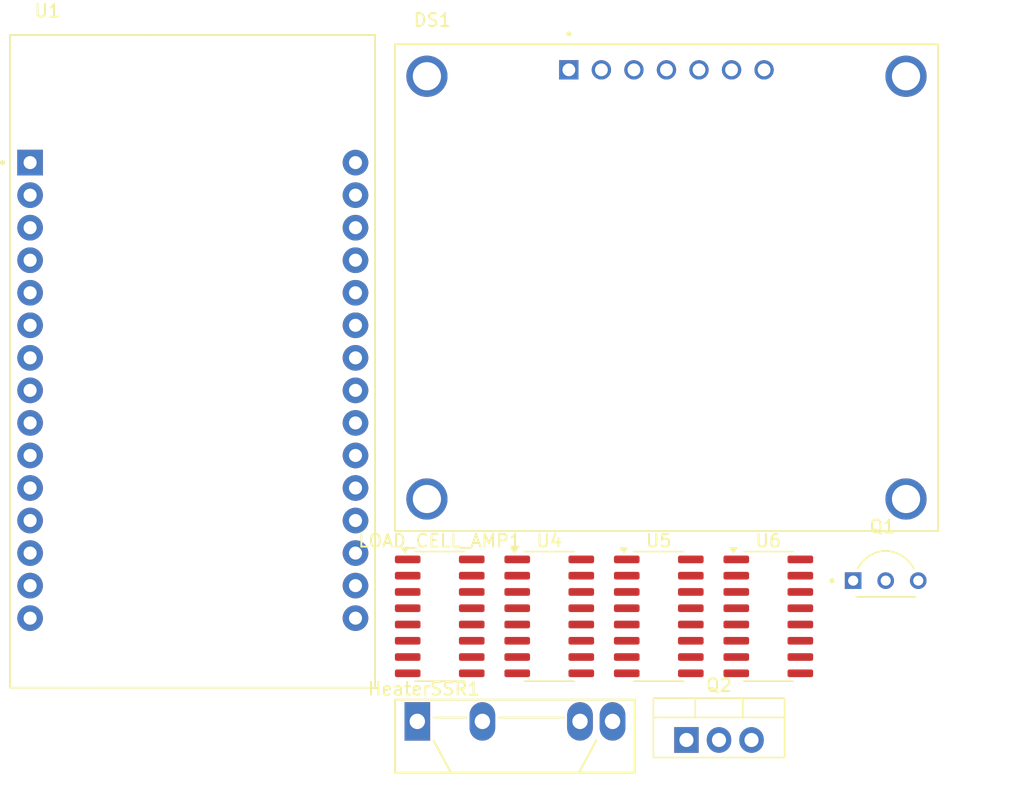
<source format=kicad_pcb>
(kicad_pcb (version 20240108) (generator "pcbnew") (generator_version "8.0")
  (layers (0 "F.Cu" signal) (31 "B.Cu" signal) (34 "B.Paste" user) (35 "F.Paste" user) (36 "B.SilkS" user "B.Silkscreen") (37 "F.SilkS" user "F.Silkscreen") (38 "B.Mask" user) (39 "F.Mask" user) (44 "Edge.Cuts" user))
  (net 0 "")
  (net 3 "+3.3V")
  (net 7 "GND")
  (net 12 "Net-(Heater1-Pad2)")
  (net 42 "/Load Cell SCK")
  (net 43 "/Load Cell DOUT")
  (net 46 "Net-(Q2-B)")
  (net 47 "Net-(FAN1--)")
  (net 48 "/Heater PWM")
  (net 49 "/SPI MISO")
  (net 50 "/Fan Base")
  (net 51 "/I2C SCL")
  (net 52 "/Heater Value")
  (net 53 "/Fan Value")
  (net 54 "/Button 4")
  (footprint "Package_SO:SOP-16_3.9x9.9mm_P1.27mm" (layer "F.Cu") (at 167.31 106.85)
    (property "Reference" "U6" (at 0 -5.9 0) (layer "F.SilkS"))
    (property "Value" "HX711")
    (fp_line (start 0 -5.06) (end -1.95 -5.06) (stroke (width 0.12)) (layer "F.SilkS"))
    (fp_line (start 0 -5.06) (end 1.95 -5.06) (stroke (width 0.12)) (layer "F.SilkS"))
    (fp_line (start 0 5.06) (end -1.95 5.06) (stroke (width 0.12)) (layer "F.SilkS"))
    (fp_line (start 0 5.06) (end 1.95 5.06) (stroke (width 0.12)) (layer "F.SilkS"))
    (fp_poly (pts (xy -2.725 -5.005) (xy -2.965 -5.335) (xy -2.485 -5.335) (xy -2.725 -5.005)) (stroke (width 0.12)) (fill solid) (layer "F.SilkS"))
    (pad "1" smd roundrect (at -2.5 -4.445) (size 2 0.6) (layers "F.Cu" "F.Paste" "F.Mask"))
    (pad "2" smd roundrect (at -2.5 -3.175) (size 2 0.6) (layers "F.Cu" "F.Paste" "F.Mask"))
    (pad "3" smd roundrect (at -2.5 -1.905) (size 2 0.6) (layers "F.Cu" "F.Paste" "F.Mask"))
    (pad "4" smd roundrect (at -2.5 -0.635) (size 2 0.6) (layers "F.Cu" "F.Paste" "F.Mask"))
    (pad "5" smd roundrect (at -2.5 0.635) (size 2 0.6) (layers "F.Cu" "F.Paste" "F.Mask"))
    (pad "6" smd roundrect (at -2.5 1.905) (size 2 0.6) (layers "F.Cu" "F.Paste" "F.Mask"))
    (pad "7" smd roundrect (at -2.5 3.175) (size 2 0.6) (layers "F.Cu" "F.Paste" "F.Mask"))
    (pad "8" smd roundrect (at -2.5 4.445) (size 2 0.6) (layers "F.Cu" "F.Paste" "F.Mask"))
    (pad "9" smd roundrect (at 2.5 4.445) (size 2 0.6) (layers "F.Cu" "F.Paste" "F.Mask"))
    (pad "10" smd roundrect (at 2.5 3.175) (size 2 0.6) (layers "F.Cu" "F.Paste" "F.Mask"))
    (pad "11" smd roundrect (at 2.5 1.905) (size 2 0.6) (layers "F.Cu" "F.Paste" "F.Mask"))
    (pad "12" smd roundrect (at 2.5 0.635) (size 2 0.6) (layers "F.Cu" "F.Paste" "F.Mask"))
    (pad "13" smd roundrect (at 2.5 -0.635) (size 2 0.6) (layers "F.Cu" "F.Paste" "F.Mask"))
    (pad "14" smd roundrect (at 2.5 -1.905) (size 2 0.6) (layers "F.Cu" "F.Paste" "F.Mask"))
    (pad "15" smd roundrect (at 2.5 -3.175) (size 2 0.6) (layers "F.Cu" "F.Paste" "F.Mask"))
    (pad "16" smd roundrect (at 2.5 -4.445) (size 2 0.6) (layers "F.Cu" "F.Paste" "F.Mask"))
  )
  (footprint "Package_SO:SOP-16_3.9x9.9mm_P1.27mm" (layer "F.Cu") (at 150.21 106.85)
    (property "Reference" "U4" (at 0 -5.9 0) (layer "F.SilkS"))
    (property "Value" "HX711")
    (fp_line (start 0 -5.06) (end -1.95 -5.06) (stroke (width 0.12)) (layer "F.SilkS"))
    (fp_line (start 0 -5.06) (end 1.95 -5.06) (stroke (width 0.12)) (layer "F.SilkS"))
    (fp_line (start 0 5.06) (end -1.95 5.06) (stroke (width 0.12)) (layer "F.SilkS"))
    (fp_line (start 0 5.06) (end 1.95 5.06) (stroke (width 0.12)) (layer "F.SilkS"))
    (fp_poly (pts (xy -2.725 -5.005) (xy -2.965 -5.335) (xy -2.485 -5.335) (xy -2.725 -5.005)) (stroke (width 0.12)) (fill solid) (layer "F.SilkS"))
    (pad "1" smd roundrect (at -2.5 -4.445) (size 2 0.6) (layers "F.Cu" "F.Paste" "F.Mask"))
    (pad "2" smd roundrect (at -2.5 -3.175) (size 2 0.6) (layers "F.Cu" "F.Paste" "F.Mask"))
    (pad "3" smd roundrect (at -2.5 -1.905) (size 2 0.6) (layers "F.Cu" "F.Paste" "F.Mask"))
    (pad "4" smd roundrect (at -2.5 -0.635) (size 2 0.6) (layers "F.Cu" "F.Paste" "F.Mask"))
    (pad "5" smd roundrect (at -2.5 0.635) (size 2 0.6) (layers "F.Cu" "F.Paste" "F.Mask"))
    (pad "6" smd roundrect (at -2.5 1.905) (size 2 0.6) (layers "F.Cu" "F.Paste" "F.Mask"))
    (pad "7" smd roundrect (at -2.5 3.175) (size 2 0.6) (layers "F.Cu" "F.Paste" "F.Mask"))
    (pad "8" smd roundrect (at -2.5 4.445) (size 2 0.6) (layers "F.Cu" "F.Paste" "F.Mask"))
    (pad "9" smd roundrect (at 2.5 4.445) (size 2 0.6) (layers "F.Cu" "F.Paste" "F.Mask"))
    (pad "10" smd roundrect (at 2.5 3.175) (size 2 0.6) (layers "F.Cu" "F.Paste" "F.Mask"))
    (pad "11" smd roundrect (at 2.5 1.905) (size 2 0.6) (layers "F.Cu" "F.Paste" "F.Mask"))
    (pad "12" smd roundrect (at 2.5 0.635) (size 2 0.6) (layers "F.Cu" "F.Paste" "F.Mask"))
    (pad "13" smd roundrect (at 2.5 -0.635) (size 2 0.6) (layers "F.Cu" "F.Paste" "F.Mask"))
    (pad "14" smd roundrect (at 2.5 -1.905) (size 2 0.6) (layers "F.Cu" "F.Paste" "F.Mask"))
    (pad "15" smd roundrect (at 2.5 -3.175) (size 2 0.6) (layers "F.Cu" "F.Paste" "F.Mask"))
    (pad "16" smd roundrect (at 2.5 -4.445) (size 2 0.6) (layers "F.Cu" "F.Paste" "F.Mask"))
  )
  (footprint "Package_TO_SOT_THT:TO-220-3_Vertical" (layer "F.Cu") (at 160.92 116.5)
    (property "Reference" "Q2" (at 2.54 -4.27 0) (layer "F.SilkS"))
    (property "Value" "TIP120")
    (fp_line (start -2.58 -3.27) (end -2.58 1.371) (stroke (width 0.12)) (layer "F.SilkS"))
    (fp_line (start -2.58 -3.27) (end 7.66 -3.27) (stroke (width 0.12)) (layer "F.SilkS"))
    (fp_line (start -2.58 -1.76) (end 7.66 -1.76) (stroke (width 0.12)) (layer "F.SilkS"))
    (fp_line (start -2.58 1.371) (end 7.66 1.371) (stroke (width 0.12)) (layer "F.SilkS"))
    (fp_line (start 0.69 -3.27) (end 0.69 -1.76) (stroke (width 0.12)) (layer "F.SilkS"))
    (fp_line (start 4.391 -3.27) (end 4.391 -1.76) (stroke (width 0.12)) (layer "F.SilkS"))
    (fp_line (start 7.66 -3.27) (end 7.66 1.371) (stroke (width 0.12)) (layer "F.SilkS"))
    (pad "1" thru_hole rect (at 0 0) (size 1.905 2) (drill 1.1) (layers "*.Cu" "*.Mask") (net 46 "Net-(Q2-B)"))
    (pad "2" thru_hole oval (at 2.54 0) (size 1.905 2) (drill 1.1) (layers "*.Cu" "*.Mask") (net 47 "Net-(FAN1--)"))
    (pad "3" thru_hole oval (at 5.08 0) (size 1.905 2) (drill 1.1) (layers "*.Cu" "*.Mask") (net 7 "GND"))
  )
  (footprint "AOM12864A0-1.54WW-ANO:LCD_AOM12864A0-1.54WW-ANO" (layer "F.Cu") (at 159.36 81.189)
    (property "Reference" "DS1" (at -18.275 -20.885 0) (layer "F.SilkS"))
    (property "Value" "AOM12864A0-1.54WW-ANO")
    (fp_line (start -21.2 -19) (end 21.2 -19) (stroke (width 0.127)) (layer "F.SilkS"))
    (fp_line (start -21.2 19) (end -21.2 -19) (stroke (width 0.127)) (layer "F.SilkS"))
    (fp_line (start 21.2 -19) (end 21.2 19) (stroke (width 0.127)) (layer "F.SilkS"))
    (fp_line (start 21.2 19) (end -21.2 19) (stroke (width 0.127)) (layer "F.SilkS"))
    (fp_circle (center -7.62 -19.794) (end -7.52 -19.794) (stroke (width 0.2)) (fill none) (layer "F.SilkS"))
    (pad "1" thru_hole rect (at -7.62 -17) (size 1.508 1.508) (drill 1) (layers "*.Cu" "*.Mask") (net 7 "GND"))
    (pad "2" thru_hole circle (at -5.08 -17) (size 1.508 1.508) (drill 1) (layers "*.Cu" "*.Mask") (net 3 "+3.3V"))
    (pad "3" thru_hole circle (at -2.54 -17) (size 1.508 1.508) (drill 1) (layers "*.Cu" "*.Mask"))
    (pad "4" thru_hole circle (at 0 -17) (size 1.508 1.508) (drill 1) (layers "*.Cu" "*.Mask"))
    (pad "5" thru_hole circle (at 2.54 -17) (size 1.508 1.508) (drill 1) (layers "*.Cu" "*.Mask"))
    (pad "6" thru_hole circle (at 5.08 -17) (size 1.508 1.508) (drill 1) (layers "*.Cu" "*.Mask"))
    (pad "7" thru_hole circle (at 7.62 -17) (size 1.508 1.508) (drill 1) (layers "*.Cu" "*.Mask"))
    (pad "P1" thru_hole circle (at -18.7 -16.5) (size 3.216 3.216) (drill 2.2) (layers "*.Cu" "*.Mask"))
    (pad "P2" thru_hole circle (at 18.7 -16.5) (size 3.216 3.216) (drill 2.2) (layers "*.Cu" "*.Mask"))
    (pad "P3" thru_hole circle (at -18.7 16.5) (size 3.216 3.216) (drill 2.2) (layers "*.Cu" "*.Mask"))
    (pad "P4" thru_hole circle (at 18.7 16.5) (size 3.216 3.216) (drill 2.2) (layers "*.Cu" "*.Mask"))
  )
  (footprint "Package_SO:SOP-16_3.9x9.9mm_P1.27mm" (layer "F.Cu") (at 141.66 106.85)
    (property "Reference" "LOAD_CELL_AMP1" (at 0 -5.9 0) (layer "F.SilkS"))
    (property "Value" "HX711")
    (fp_line (start 0 -5.06) (end -1.95 -5.06) (stroke (width 0.12)) (layer "F.SilkS"))
    (fp_line (start 0 -5.06) (end 1.95 -5.06) (stroke (width 0.12)) (layer "F.SilkS"))
    (fp_line (start 0 5.06) (end -1.95 5.06) (stroke (width 0.12)) (layer "F.SilkS"))
    (fp_line (start 0 5.06) (end 1.95 5.06) (stroke (width 0.12)) (layer "F.SilkS"))
    (fp_poly (pts (xy -2.725 -5.005) (xy -2.965 -5.335) (xy -2.485 -5.335) (xy -2.725 -5.005)) (stroke (width 0.12)) (fill solid) (layer "F.SilkS"))
    (pad "1" smd roundrect (at -2.5 -4.445) (size 2 0.6) (layers "F.Cu" "F.Paste" "F.Mask") (net 3 "+3.3V"))
    (pad "2" smd roundrect (at -2.5 -3.175) (size 2 0.6) (layers "F.Cu" "F.Paste" "F.Mask"))
    (pad "3" smd roundrect (at -2.5 -1.905) (size 2 0.6) (layers "F.Cu" "F.Paste" "F.Mask"))
    (pad "4" smd roundrect (at -2.5 -0.635) (size 2 0.6) (layers "F.Cu" "F.Paste" "F.Mask"))
    (pad "5" smd roundrect (at -2.5 0.635) (size 2 0.6) (layers "F.Cu" "F.Paste" "F.Mask") (net 7 "GND"))
    (pad "6" smd roundrect (at -2.5 1.905) (size 2 0.6) (layers "F.Cu" "F.Paste" "F.Mask"))
    (pad "7" smd roundrect (at -2.5 3.175) (size 2 0.6) (layers "F.Cu" "F.Paste" "F.Mask"))
    (pad "8" smd roundrect (at -2.5 4.445) (size 2 0.6) (layers "F.Cu" "F.Paste" "F.Mask"))
    (pad "9" smd roundrect (at 2.5 4.445) (size 2 0.6) (layers "F.Cu" "F.Paste" "F.Mask"))
    (pad "10" smd roundrect (at 2.5 3.175) (size 2 0.6) (layers "F.Cu" "F.Paste" "F.Mask"))
    (pad "11" smd roundrect (at 2.5 1.905) (size 2 0.6) (layers "F.Cu" "F.Paste" "F.Mask") (net 42 "/Load Cell SCK"))
    (pad "12" smd roundrect (at 2.5 0.635) (size 2 0.6) (layers "F.Cu" "F.Paste" "F.Mask") (net 43 "/Load Cell DOUT"))
    (pad "13" smd roundrect (at 2.5 -0.635) (size 2 0.6) (layers "F.Cu" "F.Paste" "F.Mask"))
    (pad "14" smd roundrect (at 2.5 -1.905) (size 2 0.6) (layers "F.Cu" "F.Paste" "F.Mask"))
    (pad "15" smd roundrect (at 2.5 -3.175) (size 2 0.6) (layers "F.Cu" "F.Paste" "F.Mask"))
    (pad "16" smd roundrect (at 2.5 -4.445) (size 2 0.6) (layers "F.Cu" "F.Paste" "F.Mask"))
  )
  (footprint "2N2222A:TO92254P470H750-3" (layer "F.Cu") (at 176.474 101.732)
    (property "Reference" "Q1" (at -0.264 -1.887 0) (layer "F.SilkS"))
    (property "Value" "2N2222A")
    (fp_line (start -2.3 3.6) (end 2.3 3.6) (stroke (width 0.127)) (layer "F.SilkS"))
    (fp_arc (start -2.2 1.4) (mid -1.287564 0.405256) (end 0 0) (stroke (width 0.127)) (layer "F.SilkS"))
    (fp_arc (start 0 0) (mid 1.287564 0.405256) (end 2.2 1.4) (stroke (width 0.127)) (layer "F.SilkS"))
    (fp_circle (center -4.189 2.33) (end -4.089 2.33) (stroke (width 0.2)) (fill none) (layer "F.SilkS"))
    (pad "1" thru_hole rect (at -2.54 2.33) (size 1.298 1.298) (drill 0.79) (layers "*.Cu" "*.Mask"))
    (pad "2" thru_hole circle (at 0 2.33) (size 1.298 1.298) (drill 0.79) (layers "*.Cu" "*.Mask"))
    (pad "3" thru_hole circle (at 2.54 2.33) (size 1.298 1.298) (drill 0.79) (layers "*.Cu" "*.Mask"))
  )
  (footprint "Package_SIP:SIP4_Sharp-SSR_P7.62mm_Straight" (layer "F.Cu") (at 139.91 115.05)
    (property "Reference" "HeaterSSR1" (at 0.508 -2.54 0) (layer "F.SilkS"))
    (property "Value" "SSR-40 DA")
    (fp_line (start -1.73 -1.7) (end 16.97 -1.7) (stroke (width 0.15)) (layer "F.SilkS"))
    (fp_line (start -1.73 4) (end -1.73 -1.7) (stroke (width 0.15)) (layer "F.SilkS"))
    (fp_line (start 1.27 -0.3) (end 3.81 -0.3) (stroke (width 0.15)) (layer "F.SilkS"))
    (fp_line (start 2.62 4) (end 1.28 1.5) (stroke (width 0.15)) (layer "F.SilkS"))
    (fp_line (start 6.35 -0.3) (end 11.43 -0.3) (stroke (width 0.15)) (layer "F.SilkS"))
    (fp_line (start 12.62 4) (end 13.96 1.5) (stroke (width 0.15)) (layer "F.SilkS"))
    (fp_line (start 16.97 -1.7) (end 16.97 4) (stroke (width 0.15)) (layer "F.SilkS"))
    (fp_line (start 16.97 4) (end -1.73 4) (stroke (width 0.15)) (layer "F.SilkS"))
    (pad "1" thru_hole rect (at 0 0) (size 2 3) (drill 1.2) (layers "*.Cu" "*.Mask") (net 12 "Net-(Heater1-Pad2)"))
    (pad "2" thru_hole oval (at 5.08 0) (size 2 3) (drill 1.2) (layers "*.Cu" "*.Mask"))
    (pad "3" thru_hole oval (at 12.7 0) (size 2 3) (drill 1.2) (layers "*.Cu" "*.Mask"))
    (pad "4" thru_hole oval (at 15.24 0) (size 2 3) (drill 1.2) (layers "*.Cu" "*.Mask") (net 7 "GND"))
  )
  (footprint "ESP32-DEVKIT-V1:MODULE_ESP32_DEVKIT_V1" (layer "F.Cu") (at 122.385 86.945)
    (property "Reference" "U1" (at -11.355 -27.36 0) (layer "F.SilkS"))
    (property "Value" "ESP32-DEVKIT-V1")
    (fp_line (start -14.28 -25.475) (end -3.211 -25.475) (stroke (width 0.127)) (layer "F.SilkS"))
    (fp_line (start -14.28 -25.475) (end 14.23 -25.475) (stroke (width 0.127)) (layer "F.SilkS"))
    (fp_line (start -14.28 25.475) (end -14.28 -25.475) (stroke (width 0.127)) (layer "F.SilkS"))
    (fp_line (start -14.28 25.475) (end -14.28 -25.475) (stroke (width 0.127)) (layer "F.SilkS"))
    (fp_line (start -14.28 25.475) (end -8.91 25.475) (stroke (width 0.127)) (layer "F.SilkS"))
    (fp_line (start -8.91 25.475) (end 8.78 25.475) (stroke (width 0.127)) (layer "F.SilkS"))
    (fp_line (start -3.211 -25.475) (end 3.5 -25.475) (stroke (width 0.127)) (layer "F.SilkS"))
    (fp_line (start 3.5 -25.475) (end 14.23 -25.475) (stroke (width 0.127)) (layer "F.SilkS"))
    (fp_line (start 8.78 25.475) (end 14.23 25.475) (stroke (width 0.127)) (layer "F.SilkS"))
    (fp_line (start 14.23 -25.475) (end 14.23 25.475) (stroke (width 0.127)) (layer "F.SilkS"))
    (fp_line (start 14.23 -25.475) (end 14.23 25.475) (stroke (width 0.127)) (layer "F.SilkS"))
    (fp_line (start 14.23 25.475) (end -14.28 25.475) (stroke (width 0.127)) (layer "F.SilkS"))
    (fp_circle (center -14.85 -15.515) (end -14.75 -15.515) (stroke (width 0.2)) (fill none) (layer "F.SilkS"))
    (pad "" np_thru_hole circle (at -12.28 -23.475) (size 3 3) (drill 3) (layers "*.Cu" "*.Mask"))
    (pad "" np_thru_hole circle (at -12.28 23.475) (size 3 3) (drill 3) (layers "*.Cu" "*.Mask"))
    (pad "" np_thru_hole circle (at 12.23 -23.475) (size 3 3) (drill 3) (layers "*.Cu" "*.Mask"))
    (pad "" np_thru_hole circle (at 12.23 23.475) (size 3 3) (drill 3) (layers "*.Cu" "*.Mask"))
    (pad "1" thru_hole rect (at -12.7 -15.515) (size 2 2) (drill 1.02) (layers "*.Cu" "*.Mask") (net 3 "+3.3V"))
    (pad "2" thru_hole circle (at -12.7 -12.975) (size 2 2) (drill 1.02) (layers "*.Cu" "*.Mask") (net 7 "GND"))
    (pad "3" thru_hole circle (at -12.7 -10.435) (size 2 2) (drill 1.02) (layers "*.Cu" "*.Mask"))
    (pad "4" thru_hole circle (at -12.7 -7.895) (size 2 2) (drill 1.02) (layers "*.Cu" "*.Mask"))
    (pad "5" thru_hole circle (at -12.7 -5.355) (size 2 2) (drill 1.02) (layers "*.Cu" "*.Mask"))
    (pad "6" thru_hole circle (at -12.7 -2.815) (size 2 2) (drill 1.02) (layers "*.Cu" "*.Mask"))
    (pad "7" thru_hole circle (at -12.7 -0.275) (size 2 2) (drill 1.02) (layers "*.Cu" "*.Mask"))
    (pad "8" thru_hole circle (at -12.7 2.265) (size 2 2) (drill 1.02) (layers "*.Cu" "*.Mask"))
    (pad "9" thru_hole circle (at -12.7 4.805) (size 2 2) (drill 1.02) (layers "*.Cu" "*.Mask"))
    (pad "10" thru_hole circle (at -12.7 7.345) (size 2 2) (drill 1.02) (layers "*.Cu" "*.Mask"))
    (pad "11" thru_hole circle (at -12.7 9.885) (size 2 2) (drill 1.02) (layers "*.Cu" "*.Mask"))
    (pad "12" thru_hole circle (at -12.7 12.425) (size 2 2) (drill 1.02) (layers "*.Cu" "*.Mask"))
    (pad "13" thru_hole circle (at -12.7 14.965) (size 2 2) (drill 1.02) (layers "*.Cu" "*.Mask"))
    (pad "14" thru_hole circle (at -12.7 17.505) (size 2 2) (drill 1.02) (layers "*.Cu" "*.Mask") (net 51 "/I2C SCL"))
    (pad "15" thru_hole circle (at -12.7 20.045) (size 2 2) (drill 1.02) (layers "*.Cu" "*.Mask") (net 49 "/SPI MISO"))
    (pad "16" thru_hole circle (at 12.7 20.045) (size 2 2) (drill 1.02) (layers "*.Cu" "*.Mask"))
    (pad "17" thru_hole circle (at 12.7 17.505) (size 2 2) (drill 1.02) (layers "*.Cu" "*.Mask"))
    (pad "18" thru_hole circle (at 12.7 14.965) (size 2 2) (drill 1.02) (layers "*.Cu" "*.Mask"))
    (pad "19" thru_hole circle (at 12.7 12.425) (size 2 2) (drill 1.02) (layers "*.Cu" "*.Mask") (net 43 "/Load Cell DOUT"))
    (pad "20" thru_hole circle (at 12.7 9.885) (size 2 2) (drill 1.02) (layers "*.Cu" "*.Mask") (net 42 "/Load Cell SCK"))
    (pad "21" thru_hole circle (at 12.7 7.345) (size 2 2) (drill 1.02) (layers "*.Cu" "*.Mask") (net 53 "/Fan Value"))
    (pad "22" thru_hole circle (at 12.7 4.805) (size 2 2) (drill 1.02) (layers "*.Cu" "*.Mask") (net 52 "/Heater Value"))
    (pad "23" thru_hole circle (at 12.7 2.265) (size 2 2) (drill 1.02) (layers "*.Cu" "*.Mask") (net 50 "/Fan Base"))
    (pad "24" thru_hole circle (at 12.7 -0.275) (size 2 2) (drill 1.02) (layers "*.Cu" "*.Mask") (net 48 "/Heater PWM"))
    (pad "25" thru_hole circle (at 12.7 -2.815) (size 2 2) (drill 1.02) (layers "*.Cu" "*.Mask") (net 54 "/Button 4"))
    (pad "26" thru_hole circle (at 12.7 -5.355) (size 2 2) (drill 1.02) (layers "*.Cu" "*.Mask"))
    (pad "27" thru_hole circle (at 12.7 -7.895) (size 2 2) (drill 1.02) (layers "*.Cu" "*.Mask"))
    (pad "28" thru_hole circle (at 12.7 -10.435) (size 2 2) (drill 1.02) (layers "*.Cu" "*.Mask"))
    (pad "29" thru_hole circle (at 12.7 -12.975) (size 2 2) (drill 1.02) (layers "*.Cu" "*.Mask") (net 7 "GND"))
    (pad "30" thru_hole circle (at 12.7 -15.515) (size 2 2) (drill 1.02) (layers "*.Cu" "*.Mask"))
  )
  (footprint "Package_SO:SOP-16_3.9x9.9mm_P1.27mm" (layer "F.Cu") (at 158.76 106.85)
    (property "Reference" "U5" (at 0 -5.9 0) (layer "F.SilkS"))
    (property "Value" "HX711")
    (fp_line (start 0 -5.06) (end -1.95 -5.06) (stroke (width 0.12)) (layer "F.SilkS"))
    (fp_line (start 0 -5.06) (end 1.95 -5.06) (stroke (width 0.12)) (layer "F.SilkS"))
    (fp_line (start 0 5.06) (end -1.95 5.06) (stroke (width 0.12)) (layer "F.SilkS"))
    (fp_line (start 0 5.06) (end 1.95 5.06) (stroke (width 0.12)) (layer "F.SilkS"))
    (fp_poly (pts (xy -2.725 -5.005) (xy -2.965 -5.335) (xy -2.485 -5.335) (xy -2.725 -5.005)) (stroke (width 0.12)) (fill solid) (layer "F.SilkS"))
    (pad "1" smd roundrect (at -2.5 -4.445) (size 2 0.6) (layers "F.Cu" "F.Paste" "F.Mask"))
    (pad "2" smd roundrect (at -2.5 -3.175) (size 2 0.6) (layers "F.Cu" "F.Paste" "F.Mask"))
    (pad "3" smd roundrect (at -2.5 -1.905) (size 2 0.6) (layers "F.Cu" "F.Paste" "F.Mask"))
    (pad "4" smd roundrect (at -2.5 -0.635) (size 2 0.6) (layers "F.Cu" "F.Paste" "F.Mask"))
    (pad "5" smd roundrect (at -2.5 0.635) (size 2 0.6) (layers "F.Cu" "F.Paste" "F.Mask"))
    (pad "6" smd roundrect (at -2.5 1.905) (size 2 0.6) (layers "F.Cu" "F.Paste" "F.Mask"))
    (pad "7" smd roundrect (at -2.5 3.175) (size 2 0.6) (layers "F.Cu" "F.Paste" "F.Mask"))
    (pad "8" smd roundrect (at -2.5 4.445) (size 2 0.6) (layers "F.Cu" "F.Paste" "F.Mask"))
    (pad "9" smd roundrect (at 2.5 4.445) (size 2 0.6) (layers "F.Cu" "F.Paste" "F.Mask"))
    (pad "10" smd roundrect (at 2.5 3.175) (size 2 0.6) (layers "F.Cu" "F.Paste" "F.Mask"))
    (pad "11" smd roundrect (at 2.5 1.905) (size 2 0.6) (layers "F.Cu" "F.Paste" "F.Mask"))
    (pad "12" smd roundrect (at 2.5 0.635) (size 2 0.6) (layers "F.Cu" "F.Paste" "F.Mask"))
    (pad "13" smd roundrect (at 2.5 -0.635) (size 2 0.6) (layers "F.Cu" "F.Paste" "F.Mask"))
    (pad "14" smd roundrect (at 2.5 -1.905) (size 2 0.6) (layers "F.Cu" "F.Paste" "F.Mask"))
    (pad "15" smd roundrect (at 2.5 -3.175) (size 2 0.6) (layers "F.Cu" "F.Paste" "F.Mask"))
    (pad "16" smd roundrect (at 2.5 -4.445) (size 2 0.6) (layers "F.Cu" "F.Paste" "F.Mask"))
  )
)
</source>
